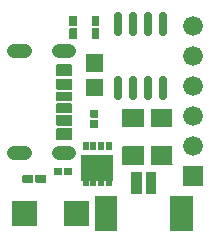
<source format=gts>
G04 Layer: TopSolderMaskLayer*
G04 EasyEDA v6.5.5, 2022-07-09 13:00:11*
G04 71ddd04add3b4de38a8b36f784c4d6f3,20d39a695127413eb41274384cfbb926,10*
G04 Gerber Generator version 0.2*
G04 Scale: 100 percent, Rotated: No, Reflected: No *
G04 Dimensions in millimeters *
G04 leading zeros omitted , absolute positions ,4 integer and 5 decimal *
%FSLAX45Y45*%
%MOMM*%

%ADD37C,0.6700*%
%ADD38C,1.2016*%
%ADD44C,1.6764*%

%LPD*%
D37*
X1689100Y8409180D02*
G01*
X1689100Y8270999D01*
X1816100Y8409180D02*
G01*
X1816100Y8270999D01*
X1943100Y8409180D02*
G01*
X1943100Y8270999D01*
X2070100Y8409180D02*
G01*
X2070100Y8270999D01*
X1689100Y8950200D02*
G01*
X1689100Y8812019D01*
X1816100Y8950200D02*
G01*
X1816100Y8812019D01*
X1943100Y8950200D02*
G01*
X1943100Y8812019D01*
X2070100Y8950200D02*
G01*
X2070100Y8812019D01*
D38*
X1276291Y7784896D02*
G01*
X1186291Y7784896D01*
X1276291Y8648903D02*
G01*
X1186291Y8648903D01*
X896282Y8648903D02*
G01*
X806282Y8648903D01*
X896282Y7784896D02*
G01*
X806282Y7784896D01*
G36*
X1418399Y8266937D02*
G01*
X1416875Y8267174D01*
X1415351Y8267936D01*
X1414335Y8268952D01*
X1413573Y8270476D01*
X1413319Y8272000D01*
X1413255Y8272018D01*
X1413255Y8412987D01*
X1413319Y8413000D01*
X1413573Y8414524D01*
X1414335Y8416048D01*
X1415351Y8417064D01*
X1416875Y8417826D01*
X1418399Y8418068D01*
X1553400Y8418068D01*
X1554924Y8417826D01*
X1556448Y8417064D01*
X1557464Y8416048D01*
X1558226Y8414524D01*
X1558480Y8413000D01*
X1558544Y8412987D01*
X1558544Y8272018D01*
X1558480Y8272000D01*
X1558226Y8270476D01*
X1557464Y8268952D01*
X1556448Y8267936D01*
X1554924Y8267174D01*
X1553400Y8266937D01*
G37*
G36*
X1418399Y8472931D02*
G01*
X1416875Y8473173D01*
X1415351Y8473935D01*
X1414335Y8474951D01*
X1413573Y8476475D01*
X1413319Y8477999D01*
X1413255Y8478012D01*
X1413255Y8618981D01*
X1413319Y8618999D01*
X1413573Y8620523D01*
X1414335Y8622047D01*
X1415351Y8623063D01*
X1416875Y8623825D01*
X1418399Y8624062D01*
X1553400Y8624062D01*
X1554924Y8623825D01*
X1556448Y8623063D01*
X1557464Y8622047D01*
X1558226Y8620523D01*
X1558480Y8618999D01*
X1558544Y8618981D01*
X1558544Y8478012D01*
X1558480Y8477999D01*
X1558226Y8476475D01*
X1557464Y8474951D01*
X1556448Y8473935D01*
X1554924Y8473173D01*
X1553400Y8472931D01*
G37*
G36*
X1281099Y8752809D02*
G01*
X1279575Y8753063D01*
X1278051Y8753825D01*
X1277035Y8754841D01*
X1276273Y8756365D01*
X1276019Y8757889D01*
X1276095Y8757920D01*
X1276095Y8836913D01*
X1276019Y8836898D01*
X1276273Y8838422D01*
X1277035Y8839946D01*
X1278051Y8840962D01*
X1279575Y8841724D01*
X1281099Y8841978D01*
X1281176Y8841994D01*
X1335023Y8841994D01*
X1335100Y8841978D01*
X1336624Y8841724D01*
X1338148Y8840962D01*
X1339164Y8839946D01*
X1339926Y8838422D01*
X1340180Y8836898D01*
X1340104Y8836913D01*
X1340104Y8757920D01*
X1340180Y8757889D01*
X1339926Y8756365D01*
X1339164Y8754841D01*
X1338148Y8753825D01*
X1336624Y8753063D01*
X1335100Y8752809D01*
X1335023Y8752839D01*
X1281176Y8752839D01*
G37*
G36*
X1281176Y8861805D02*
G01*
X1281099Y8861821D01*
X1279575Y8862075D01*
X1278051Y8862837D01*
X1277035Y8863853D01*
X1276273Y8865377D01*
X1276019Y8866901D01*
X1276095Y8866886D01*
X1276095Y8945879D01*
X1276019Y8945910D01*
X1276273Y8947434D01*
X1277035Y8948958D01*
X1278051Y8949974D01*
X1279575Y8950736D01*
X1281099Y8950990D01*
X1281176Y8950960D01*
X1335023Y8950960D01*
X1335100Y8950990D01*
X1336624Y8950736D01*
X1338148Y8949974D01*
X1339164Y8948958D01*
X1339926Y8947434D01*
X1340180Y8945910D01*
X1340104Y8945879D01*
X1340104Y8866886D01*
X1340180Y8866901D01*
X1339926Y8865377D01*
X1339164Y8863853D01*
X1338148Y8862837D01*
X1336624Y8862075D01*
X1335100Y8861821D01*
X1335023Y8861805D01*
G37*
G36*
X1237487Y7171944D02*
G01*
X1237599Y7172020D01*
X1236075Y7172274D01*
X1234551Y7173036D01*
X1233535Y7174052D01*
X1232773Y7175576D01*
X1232519Y7177100D01*
X1232407Y7177023D01*
X1232407Y7377176D01*
X1232519Y7377099D01*
X1232773Y7378623D01*
X1233535Y7380147D01*
X1234551Y7381163D01*
X1236075Y7381925D01*
X1237599Y7382179D01*
X1237487Y7382255D01*
X1437639Y7382255D01*
X1437599Y7382179D01*
X1439123Y7381925D01*
X1440647Y7381163D01*
X1441663Y7380147D01*
X1442425Y7378623D01*
X1442679Y7377099D01*
X1442720Y7377176D01*
X1442720Y7177023D01*
X1442679Y7177100D01*
X1442425Y7175576D01*
X1441663Y7174052D01*
X1440647Y7173036D01*
X1439123Y7172274D01*
X1437599Y7172020D01*
X1437639Y7171944D01*
G37*
G36*
X797560Y7171944D02*
G01*
X797600Y7172020D01*
X796076Y7172274D01*
X794552Y7173036D01*
X793536Y7174052D01*
X792774Y7175576D01*
X792520Y7177100D01*
X792479Y7177023D01*
X792479Y7377176D01*
X792520Y7377099D01*
X792774Y7378623D01*
X793536Y7380147D01*
X794552Y7381163D01*
X796076Y7381925D01*
X797600Y7382179D01*
X797560Y7382255D01*
X997712Y7382255D01*
X997600Y7382179D01*
X999124Y7381925D01*
X1000648Y7381163D01*
X1001664Y7380147D01*
X1002426Y7378623D01*
X1002680Y7377099D01*
X1002792Y7377176D01*
X1002792Y7177023D01*
X1002680Y7177100D01*
X1002426Y7175576D01*
X1001664Y7174052D01*
X1000648Y7173036D01*
X999124Y7172274D01*
X997600Y7172020D01*
X997712Y7171944D01*
G37*
G36*
X1802500Y7436515D02*
G01*
X1800976Y7436769D01*
X1799452Y7437531D01*
X1798436Y7438547D01*
X1797674Y7440071D01*
X1797420Y7441595D01*
X1797557Y7441692D01*
X1797557Y7621523D01*
X1797420Y7621595D01*
X1797674Y7623119D01*
X1798436Y7624643D01*
X1799452Y7625659D01*
X1800976Y7626421D01*
X1802500Y7626675D01*
X1802384Y7626604D01*
X1882394Y7626604D01*
X1882500Y7626675D01*
X1884024Y7626421D01*
X1885548Y7625659D01*
X1886564Y7624643D01*
X1887326Y7623119D01*
X1887580Y7621595D01*
X1887473Y7621523D01*
X1887473Y7441692D01*
X1887580Y7441595D01*
X1887326Y7440071D01*
X1886564Y7438547D01*
X1885548Y7437531D01*
X1884024Y7436769D01*
X1882500Y7436515D01*
X1882394Y7436612D01*
X1802384Y7436612D01*
G37*
G36*
X1927499Y7436515D02*
G01*
X1925975Y7436769D01*
X1924451Y7437531D01*
X1923435Y7438547D01*
X1922673Y7440071D01*
X1922419Y7441595D01*
X1922526Y7441692D01*
X1922526Y7621523D01*
X1922419Y7621595D01*
X1922673Y7623119D01*
X1923435Y7624643D01*
X1924451Y7625659D01*
X1925975Y7626421D01*
X1927499Y7626675D01*
X1927605Y7626604D01*
X2007615Y7626604D01*
X2007499Y7626675D01*
X2009023Y7626421D01*
X2010547Y7625659D01*
X2011563Y7624643D01*
X2012325Y7623119D01*
X2012579Y7621595D01*
X2012441Y7621523D01*
X2012441Y7441692D01*
X2012579Y7441595D01*
X2012325Y7440071D01*
X2011563Y7438547D01*
X2010547Y7437531D01*
X2009023Y7436769D01*
X2007499Y7436515D01*
X2007615Y7436612D01*
X1927605Y7436612D01*
G37*
G36*
X1495044Y7126478D02*
G01*
X1494998Y7126516D01*
X1493474Y7126770D01*
X1491950Y7127532D01*
X1490934Y7128548D01*
X1490172Y7130072D01*
X1489918Y7131596D01*
X1489963Y7131558D01*
X1489963Y7421626D01*
X1489918Y7421598D01*
X1490172Y7423122D01*
X1490934Y7424646D01*
X1491950Y7425662D01*
X1493474Y7426424D01*
X1494998Y7426678D01*
X1495044Y7426705D01*
X1674876Y7426705D01*
X1674997Y7426678D01*
X1676521Y7426424D01*
X1678045Y7425662D01*
X1679061Y7424646D01*
X1679823Y7423122D01*
X1680077Y7421598D01*
X1679955Y7421626D01*
X1679955Y7131558D01*
X1680077Y7131596D01*
X1679823Y7130072D01*
X1679061Y7128548D01*
X1678045Y7127532D01*
X1676521Y7126770D01*
X1674997Y7126516D01*
X1674876Y7126478D01*
G37*
G36*
X2134870Y7126478D02*
G01*
X2134991Y7126516D01*
X2133467Y7126770D01*
X2131943Y7127532D01*
X2130927Y7128548D01*
X2130165Y7130072D01*
X2129911Y7131596D01*
X2130043Y7131558D01*
X2130043Y7421626D01*
X2129911Y7421598D01*
X2130165Y7423122D01*
X2130927Y7424646D01*
X2131943Y7425662D01*
X2133467Y7426424D01*
X2134991Y7426678D01*
X2134870Y7426705D01*
X2314956Y7426705D01*
X2314991Y7426678D01*
X2316515Y7426424D01*
X2318039Y7425662D01*
X2319055Y7424646D01*
X2319817Y7423122D01*
X2320071Y7421598D01*
X2320036Y7421626D01*
X2320036Y7131558D01*
X2320071Y7131596D01*
X2319817Y7130072D01*
X2319055Y7128548D01*
X2318039Y7127532D01*
X2316515Y7126770D01*
X2314991Y7126516D01*
X2314956Y7126478D01*
G37*
D44*
G01*
X2324100Y8864600D03*
G01*
X2324100Y8610600D03*
G01*
X2324100Y8356600D03*
G01*
X2324100Y8102600D03*
G01*
X2324100Y7848600D03*
G36*
X2245359Y7510779D02*
G01*
X2243835Y7511034D01*
X2242311Y7511795D01*
X2241295Y7512812D01*
X2240533Y7514336D01*
X2240279Y7515860D01*
X2240279Y7515860D01*
X2240279Y7673339D01*
X2240279Y7673339D01*
X2240533Y7674863D01*
X2241295Y7676387D01*
X2242311Y7677404D01*
X2243835Y7678165D01*
X2245359Y7678420D01*
X2402840Y7678420D01*
X2404364Y7678165D01*
X2405888Y7677404D01*
X2406904Y7676387D01*
X2407666Y7674863D01*
X2407920Y7673339D01*
X2407920Y7673339D01*
X2407920Y7515860D01*
X2407920Y7515860D01*
X2407666Y7514336D01*
X2406904Y7512812D01*
X2405888Y7511795D01*
X2404364Y7511034D01*
X2402840Y7510779D01*
G37*
G36*
X1381300Y7553622D02*
G01*
X1379776Y7553876D01*
X1378252Y7554638D01*
X1377236Y7555654D01*
X1376474Y7557178D01*
X1376220Y7558702D01*
X1376171Y7558786D01*
X1376171Y7763763D01*
X1376220Y7763700D01*
X1376474Y7765224D01*
X1377236Y7766748D01*
X1378252Y7767764D01*
X1379776Y7768526D01*
X1381300Y7768780D01*
X1381252Y7768844D01*
X1641347Y7768844D01*
X1641299Y7768780D01*
X1642823Y7768526D01*
X1644347Y7767764D01*
X1645363Y7766748D01*
X1646125Y7765224D01*
X1646379Y7763700D01*
X1646428Y7763763D01*
X1646428Y7558786D01*
X1646379Y7558702D01*
X1646125Y7557178D01*
X1645363Y7555654D01*
X1644347Y7554638D01*
X1642823Y7553876D01*
X1641299Y7553622D01*
X1641347Y7553705D01*
X1381252Y7553705D01*
G37*
G36*
X1393697Y7509002D02*
G01*
X1393789Y7509118D01*
X1392265Y7509372D01*
X1390741Y7510134D01*
X1389725Y7511150D01*
X1388963Y7512674D01*
X1388709Y7514198D01*
X1388618Y7514081D01*
X1388618Y7574279D01*
X1388709Y7574201D01*
X1388963Y7575725D01*
X1389725Y7577249D01*
X1390741Y7578265D01*
X1392265Y7579027D01*
X1393789Y7579281D01*
X1393697Y7579360D01*
X1433829Y7579360D01*
X1433789Y7579281D01*
X1435313Y7579027D01*
X1436837Y7578265D01*
X1437853Y7577249D01*
X1438615Y7575725D01*
X1438869Y7574201D01*
X1438910Y7574279D01*
X1438910Y7514081D01*
X1438869Y7514198D01*
X1438615Y7512674D01*
X1437853Y7511150D01*
X1436837Y7510134D01*
X1435313Y7509372D01*
X1433789Y7509118D01*
X1433829Y7509002D01*
G37*
G36*
X1458721Y7509002D02*
G01*
X1458788Y7509118D01*
X1457264Y7509372D01*
X1455740Y7510134D01*
X1454724Y7511150D01*
X1453962Y7512674D01*
X1453708Y7514198D01*
X1453642Y7514081D01*
X1453642Y7574279D01*
X1453708Y7574201D01*
X1453962Y7575725D01*
X1454724Y7577249D01*
X1455740Y7578265D01*
X1457264Y7579027D01*
X1458788Y7579281D01*
X1458721Y7579360D01*
X1498854Y7579360D01*
X1498787Y7579281D01*
X1500311Y7579027D01*
X1501835Y7578265D01*
X1502851Y7577249D01*
X1503613Y7575725D01*
X1503867Y7574201D01*
X1503934Y7574279D01*
X1503934Y7514081D01*
X1503867Y7514198D01*
X1503613Y7512674D01*
X1502851Y7511150D01*
X1501835Y7510134D01*
X1500311Y7509372D01*
X1498787Y7509118D01*
X1498854Y7509002D01*
G37*
G36*
X1523745Y7509002D02*
G01*
X1523786Y7509118D01*
X1522262Y7509372D01*
X1520738Y7510134D01*
X1519722Y7511150D01*
X1518960Y7512674D01*
X1518706Y7514198D01*
X1518665Y7514081D01*
X1518665Y7574279D01*
X1518706Y7574201D01*
X1518960Y7575725D01*
X1519722Y7577249D01*
X1520738Y7578265D01*
X1522262Y7579027D01*
X1523786Y7579281D01*
X1523745Y7579360D01*
X1563878Y7579360D01*
X1563786Y7579281D01*
X1565310Y7579027D01*
X1566834Y7578265D01*
X1567850Y7577249D01*
X1568612Y7575725D01*
X1568866Y7574201D01*
X1568957Y7574279D01*
X1568957Y7514081D01*
X1568866Y7514198D01*
X1568612Y7512674D01*
X1567850Y7511150D01*
X1566834Y7510134D01*
X1565310Y7509372D01*
X1563786Y7509118D01*
X1563878Y7509002D01*
G37*
G36*
X1588770Y7509002D02*
G01*
X1588810Y7509118D01*
X1587286Y7509372D01*
X1585762Y7510134D01*
X1584746Y7511150D01*
X1583984Y7512674D01*
X1583730Y7514198D01*
X1583689Y7514081D01*
X1583689Y7574279D01*
X1583730Y7574201D01*
X1583984Y7575725D01*
X1584746Y7577249D01*
X1585762Y7578265D01*
X1587286Y7579027D01*
X1588810Y7579281D01*
X1588770Y7579360D01*
X1628902Y7579360D01*
X1628810Y7579281D01*
X1630334Y7579027D01*
X1631858Y7578265D01*
X1632874Y7577249D01*
X1633636Y7575725D01*
X1633890Y7574201D01*
X1633981Y7574279D01*
X1633981Y7514081D01*
X1633890Y7514198D01*
X1633636Y7512674D01*
X1632874Y7511150D01*
X1631858Y7510134D01*
X1630334Y7509372D01*
X1628810Y7509118D01*
X1628902Y7509002D01*
G37*
G36*
X1393697Y7813039D02*
G01*
X1393789Y7813121D01*
X1392265Y7813375D01*
X1390741Y7814137D01*
X1389725Y7815153D01*
X1388963Y7816677D01*
X1388709Y7818201D01*
X1388618Y7818120D01*
X1388618Y7878318D01*
X1388709Y7878201D01*
X1388963Y7879725D01*
X1389725Y7881249D01*
X1390741Y7882265D01*
X1392265Y7883027D01*
X1393789Y7883281D01*
X1393697Y7883397D01*
X1433829Y7883397D01*
X1433789Y7883281D01*
X1435313Y7883027D01*
X1436837Y7882265D01*
X1437853Y7881249D01*
X1438615Y7879725D01*
X1438869Y7878201D01*
X1438910Y7878318D01*
X1438910Y7818120D01*
X1438869Y7818201D01*
X1438615Y7816677D01*
X1437853Y7815153D01*
X1436837Y7814137D01*
X1435313Y7813375D01*
X1433789Y7813121D01*
X1433829Y7813039D01*
G37*
G36*
X1458721Y7813039D02*
G01*
X1458788Y7813108D01*
X1457264Y7813362D01*
X1455740Y7814124D01*
X1454724Y7815140D01*
X1453962Y7816664D01*
X1453708Y7818188D01*
X1453642Y7818120D01*
X1453642Y7878063D01*
X1453708Y7878188D01*
X1453962Y7879712D01*
X1454724Y7881236D01*
X1455740Y7882252D01*
X1457264Y7883014D01*
X1458788Y7883268D01*
X1458721Y7883144D01*
X1498854Y7883144D01*
X1498787Y7883268D01*
X1500311Y7883014D01*
X1501835Y7882252D01*
X1502851Y7881236D01*
X1503613Y7879712D01*
X1503867Y7878188D01*
X1503934Y7878063D01*
X1503934Y7818120D01*
X1503867Y7818188D01*
X1503613Y7816664D01*
X1502851Y7815140D01*
X1501835Y7814124D01*
X1500311Y7813362D01*
X1498787Y7813108D01*
X1498854Y7813039D01*
G37*
G36*
X1523745Y7813039D02*
G01*
X1523786Y7813108D01*
X1522262Y7813362D01*
X1520738Y7814124D01*
X1519722Y7815140D01*
X1518960Y7816664D01*
X1518706Y7818188D01*
X1518665Y7818120D01*
X1518665Y7878063D01*
X1518706Y7878188D01*
X1518960Y7879712D01*
X1519722Y7881236D01*
X1520738Y7882252D01*
X1522262Y7883014D01*
X1523786Y7883268D01*
X1523745Y7883144D01*
X1563878Y7883144D01*
X1563786Y7883268D01*
X1565310Y7883014D01*
X1566834Y7882252D01*
X1567850Y7881236D01*
X1568612Y7879712D01*
X1568866Y7878188D01*
X1568957Y7878063D01*
X1568957Y7818120D01*
X1568866Y7818188D01*
X1568612Y7816664D01*
X1567850Y7815140D01*
X1566834Y7814124D01*
X1565310Y7813362D01*
X1563786Y7813108D01*
X1563878Y7813039D01*
G37*
G36*
X1588770Y7813039D02*
G01*
X1588810Y7813108D01*
X1587286Y7813362D01*
X1585762Y7814124D01*
X1584746Y7815140D01*
X1583984Y7816664D01*
X1583730Y7818188D01*
X1583689Y7818120D01*
X1583689Y7878063D01*
X1583730Y7878188D01*
X1583984Y7879712D01*
X1584746Y7881236D01*
X1585762Y7882252D01*
X1587286Y7883014D01*
X1588810Y7883268D01*
X1588770Y7883144D01*
X1628902Y7883144D01*
X1628810Y7883268D01*
X1630334Y7883014D01*
X1631858Y7882252D01*
X1632874Y7881236D01*
X1633636Y7879712D01*
X1633890Y7878188D01*
X1633981Y7878063D01*
X1633981Y7818120D01*
X1633890Y7818188D01*
X1633636Y7816664D01*
X1632874Y7815140D01*
X1631858Y7814124D01*
X1630334Y7813362D01*
X1628810Y7813108D01*
X1628902Y7813039D01*
G37*
G36*
X1171194Y8226805D02*
G01*
X1171125Y8226818D01*
X1169601Y8227072D01*
X1168077Y8227834D01*
X1167061Y8228850D01*
X1166299Y8230374D01*
X1166045Y8231898D01*
X1166113Y8231886D01*
X1166113Y8301989D01*
X1166045Y8301898D01*
X1166299Y8303422D01*
X1167061Y8304946D01*
X1168077Y8305962D01*
X1169601Y8306724D01*
X1171125Y8306978D01*
X1171194Y8307070D01*
X1291081Y8307070D01*
X1291125Y8306978D01*
X1292649Y8306724D01*
X1294173Y8305962D01*
X1295189Y8304946D01*
X1295951Y8303422D01*
X1296205Y8301898D01*
X1296162Y8301989D01*
X1296162Y8231886D01*
X1296205Y8231898D01*
X1295951Y8230374D01*
X1295189Y8228850D01*
X1294173Y8227834D01*
X1292649Y8227072D01*
X1291125Y8226818D01*
X1291081Y8226805D01*
G37*
G36*
X1171194Y8126729D02*
G01*
X1171125Y8126818D01*
X1169601Y8127072D01*
X1168077Y8127834D01*
X1167061Y8128850D01*
X1166299Y8130374D01*
X1166045Y8131898D01*
X1166113Y8131810D01*
X1166113Y8201913D01*
X1166045Y8201898D01*
X1166299Y8203422D01*
X1167061Y8204946D01*
X1168077Y8205962D01*
X1169601Y8206724D01*
X1171125Y8206978D01*
X1171194Y8206994D01*
X1291081Y8206994D01*
X1291125Y8206978D01*
X1292649Y8206724D01*
X1294173Y8205962D01*
X1295189Y8204946D01*
X1295951Y8203422D01*
X1296205Y8201898D01*
X1296162Y8201913D01*
X1296162Y8131810D01*
X1296205Y8131898D01*
X1295951Y8130374D01*
X1295189Y8128850D01*
X1294173Y8127834D01*
X1292649Y8127072D01*
X1291125Y8126818D01*
X1291081Y8126729D01*
G37*
G36*
X1171277Y8323834D02*
G01*
X1169753Y8324072D01*
X1168229Y8324834D01*
X1167213Y8325850D01*
X1166451Y8327374D01*
X1166197Y8328898D01*
X1166113Y8328913D01*
X1166113Y8408924D01*
X1166197Y8408898D01*
X1166451Y8410422D01*
X1167213Y8411946D01*
X1168229Y8412962D01*
X1169753Y8413724D01*
X1171277Y8413978D01*
X1171194Y8414004D01*
X1291336Y8414004D01*
X1291277Y8413978D01*
X1292801Y8413724D01*
X1294325Y8412962D01*
X1295341Y8411946D01*
X1296103Y8410422D01*
X1296357Y8408898D01*
X1296415Y8408924D01*
X1296415Y8328913D01*
X1296357Y8328898D01*
X1296103Y8327374D01*
X1295341Y8325850D01*
X1294325Y8324834D01*
X1292801Y8324072D01*
X1291277Y8323834D01*
G37*
G36*
X1171447Y8019795D02*
G01*
X1171531Y8019821D01*
X1170007Y8020075D01*
X1168483Y8020837D01*
X1167467Y8021853D01*
X1166705Y8023377D01*
X1166451Y8024901D01*
X1166368Y8024876D01*
X1166368Y8104886D01*
X1166451Y8104901D01*
X1166705Y8106425D01*
X1167467Y8107949D01*
X1168483Y8108965D01*
X1170007Y8109727D01*
X1171531Y8109965D01*
X1291531Y8109965D01*
X1293055Y8109727D01*
X1294579Y8108965D01*
X1295595Y8107949D01*
X1296357Y8106425D01*
X1296611Y8104901D01*
X1296670Y8104886D01*
X1296670Y8024876D01*
X1296611Y8024901D01*
X1296357Y8023377D01*
X1295595Y8021853D01*
X1294579Y8020837D01*
X1293055Y8020075D01*
X1291531Y8019821D01*
X1291589Y8019795D01*
G37*
G36*
X1171354Y8436818D02*
G01*
X1169830Y8437072D01*
X1168306Y8437834D01*
X1167290Y8438850D01*
X1166528Y8440374D01*
X1166274Y8441898D01*
X1166368Y8441944D01*
X1166368Y8531860D01*
X1166274Y8531898D01*
X1166528Y8533422D01*
X1167290Y8534946D01*
X1168306Y8535962D01*
X1169830Y8536724D01*
X1171354Y8536978D01*
X1171447Y8536939D01*
X1291336Y8536939D01*
X1291353Y8536978D01*
X1292877Y8536724D01*
X1294401Y8535962D01*
X1295417Y8534946D01*
X1296179Y8533422D01*
X1296433Y8531898D01*
X1296415Y8531860D01*
X1296415Y8441944D01*
X1296433Y8441898D01*
X1296179Y8440374D01*
X1295417Y8438850D01*
X1294401Y8437834D01*
X1292877Y8437072D01*
X1291353Y8436818D01*
X1291336Y8436863D01*
X1171447Y8436863D01*
G37*
G36*
X1171354Y7896821D02*
G01*
X1169830Y7897075D01*
X1168306Y7897837D01*
X1167290Y7898853D01*
X1166528Y7900377D01*
X1166274Y7901901D01*
X1166368Y7901939D01*
X1166368Y7991855D01*
X1166274Y7991901D01*
X1166528Y7993425D01*
X1167290Y7994949D01*
X1168306Y7995965D01*
X1169830Y7996727D01*
X1171354Y7996981D01*
X1171447Y7996936D01*
X1291336Y7996936D01*
X1291353Y7996981D01*
X1292877Y7996727D01*
X1294401Y7995965D01*
X1295417Y7994949D01*
X1296179Y7993425D01*
X1296433Y7991901D01*
X1296415Y7991855D01*
X1296415Y7901939D01*
X1296433Y7901901D01*
X1296179Y7900377D01*
X1295417Y7898853D01*
X1294401Y7897837D01*
X1292877Y7897075D01*
X1291353Y7896821D01*
X1291336Y7896860D01*
X1171447Y7896860D01*
G37*
G36*
X1970999Y7686220D02*
G01*
X1969475Y7686474D01*
X1967951Y7687236D01*
X1966935Y7688252D01*
X1966173Y7689776D01*
X1965919Y7691300D01*
X1965959Y7691373D01*
X1965959Y7839710D01*
X1965919Y7839798D01*
X1966173Y7841322D01*
X1966935Y7842846D01*
X1967951Y7843862D01*
X1969475Y7844624D01*
X1970999Y7844878D01*
X1971040Y7844789D01*
X2143759Y7844789D01*
X2143800Y7844878D01*
X2145324Y7844624D01*
X2146848Y7843862D01*
X2147864Y7842846D01*
X2148626Y7841322D01*
X2148880Y7839798D01*
X2148840Y7839710D01*
X2148840Y7691373D01*
X2148880Y7691300D01*
X2148626Y7689776D01*
X2147864Y7688252D01*
X2146848Y7687236D01*
X2145324Y7686474D01*
X2143800Y7686220D01*
X2143759Y7686294D01*
X1971040Y7686294D01*
G37*
G36*
X1970999Y8004721D02*
G01*
X1969475Y8004975D01*
X1967951Y8005737D01*
X1966935Y8006753D01*
X1966173Y8008277D01*
X1965919Y8009801D01*
X1965959Y8009889D01*
X1965959Y8158226D01*
X1965919Y8158299D01*
X1966173Y8159823D01*
X1966935Y8161347D01*
X1967951Y8162363D01*
X1969475Y8163125D01*
X1970999Y8163379D01*
X1971040Y8163305D01*
X2143759Y8163305D01*
X2143800Y8163379D01*
X2145324Y8163125D01*
X2146848Y8162363D01*
X2147864Y8161347D01*
X2148626Y8159823D01*
X2148880Y8158299D01*
X2148840Y8158226D01*
X2148840Y8009889D01*
X2148880Y8009801D01*
X2148626Y8008277D01*
X2147864Y8006753D01*
X2146848Y8005737D01*
X2145324Y8004975D01*
X2143800Y8004721D01*
X2143759Y8004810D01*
X1971040Y8004810D01*
G37*
G36*
X1729699Y7686220D02*
G01*
X1728175Y7686474D01*
X1726651Y7687236D01*
X1725635Y7688252D01*
X1724873Y7689776D01*
X1724619Y7691300D01*
X1724660Y7691373D01*
X1724660Y7839710D01*
X1724619Y7839798D01*
X1724873Y7841322D01*
X1725635Y7842846D01*
X1726651Y7843862D01*
X1728175Y7844624D01*
X1729699Y7844878D01*
X1729739Y7844789D01*
X1902460Y7844789D01*
X1902500Y7844878D01*
X1904024Y7844624D01*
X1905548Y7843862D01*
X1906564Y7842846D01*
X1907326Y7841322D01*
X1907580Y7839798D01*
X1907539Y7839710D01*
X1907539Y7691373D01*
X1907580Y7691300D01*
X1907326Y7689776D01*
X1906564Y7688252D01*
X1905548Y7687236D01*
X1904024Y7686474D01*
X1902500Y7686220D01*
X1902460Y7686294D01*
X1729739Y7686294D01*
G37*
G36*
X1729699Y8004721D02*
G01*
X1728175Y8004975D01*
X1726651Y8005737D01*
X1725635Y8006753D01*
X1724873Y8008277D01*
X1724619Y8009801D01*
X1724660Y8009889D01*
X1724660Y8158226D01*
X1724619Y8158299D01*
X1724873Y8159823D01*
X1725635Y8161347D01*
X1726651Y8162363D01*
X1728175Y8163125D01*
X1729699Y8163379D01*
X1729739Y8163305D01*
X1902460Y8163305D01*
X1902500Y8163379D01*
X1904024Y8163125D01*
X1905548Y8162363D01*
X1906564Y8161347D01*
X1907326Y8159823D01*
X1907580Y8158299D01*
X1907539Y8158226D01*
X1907539Y8009889D01*
X1907580Y8009801D01*
X1907326Y8008277D01*
X1906564Y8006753D01*
X1905548Y8005737D01*
X1904024Y8004975D01*
X1902500Y8004721D01*
X1902460Y8004810D01*
X1729739Y8004810D01*
G37*
G36*
X1471599Y8752809D02*
G01*
X1470075Y8753063D01*
X1468551Y8753825D01*
X1467535Y8754841D01*
X1466773Y8756365D01*
X1466519Y8757889D01*
X1466595Y8757920D01*
X1466595Y8836913D01*
X1466519Y8836898D01*
X1466773Y8838422D01*
X1467535Y8839946D01*
X1468551Y8840962D01*
X1470075Y8841724D01*
X1471599Y8841978D01*
X1471676Y8841994D01*
X1525523Y8841994D01*
X1525600Y8841978D01*
X1527124Y8841724D01*
X1528648Y8840962D01*
X1529664Y8839946D01*
X1530426Y8838422D01*
X1530680Y8836898D01*
X1530604Y8836913D01*
X1530604Y8757920D01*
X1530680Y8757889D01*
X1530426Y8756365D01*
X1529664Y8754841D01*
X1528648Y8753825D01*
X1527124Y8753063D01*
X1525600Y8752809D01*
X1525523Y8752839D01*
X1471676Y8752839D01*
G37*
G36*
X1471676Y8861805D02*
G01*
X1471599Y8861821D01*
X1470075Y8862075D01*
X1468551Y8862837D01*
X1467535Y8863853D01*
X1466773Y8865377D01*
X1466519Y8866901D01*
X1466595Y8866886D01*
X1466595Y8945879D01*
X1466519Y8945910D01*
X1466773Y8947434D01*
X1467535Y8948958D01*
X1468551Y8949974D01*
X1470075Y8950736D01*
X1471599Y8950990D01*
X1471676Y8950960D01*
X1525523Y8950960D01*
X1525600Y8950990D01*
X1527124Y8950736D01*
X1528648Y8949974D01*
X1529664Y8948958D01*
X1530426Y8947434D01*
X1530680Y8945910D01*
X1530604Y8945879D01*
X1530604Y8866886D01*
X1530680Y8866901D01*
X1530426Y8865377D01*
X1529664Y8863853D01*
X1528648Y8862837D01*
X1527124Y8862075D01*
X1525600Y8861821D01*
X1525523Y8861805D01*
G37*
G36*
X1147635Y7600619D02*
G01*
X1146111Y7600873D01*
X1144587Y7601635D01*
X1143571Y7602651D01*
X1142809Y7604175D01*
X1142555Y7605699D01*
X1142492Y7605776D01*
X1142492Y7659623D01*
X1142555Y7659700D01*
X1142809Y7661224D01*
X1143571Y7662748D01*
X1144587Y7663764D01*
X1146111Y7664526D01*
X1147635Y7664780D01*
X1147571Y7664704D01*
X1204213Y7664704D01*
X1204198Y7664780D01*
X1205722Y7664526D01*
X1207246Y7663764D01*
X1208262Y7662748D01*
X1209024Y7661224D01*
X1209278Y7659700D01*
X1209294Y7659623D01*
X1209294Y7605776D01*
X1209278Y7605699D01*
X1209024Y7604175D01*
X1208262Y7602651D01*
X1207246Y7601635D01*
X1205722Y7600873D01*
X1204198Y7600619D01*
X1204213Y7600695D01*
X1147571Y7600695D01*
G37*
G36*
X1234201Y7600619D02*
G01*
X1232677Y7600873D01*
X1231153Y7601635D01*
X1230137Y7602651D01*
X1229375Y7604175D01*
X1229121Y7605699D01*
X1229105Y7605776D01*
X1229105Y7659623D01*
X1229121Y7659700D01*
X1229375Y7661224D01*
X1230137Y7662748D01*
X1231153Y7663764D01*
X1232677Y7664526D01*
X1234201Y7664780D01*
X1234186Y7664704D01*
X1290828Y7664704D01*
X1290764Y7664780D01*
X1292288Y7664526D01*
X1293812Y7663764D01*
X1294828Y7662748D01*
X1295590Y7661224D01*
X1295844Y7659700D01*
X1295907Y7659623D01*
X1295907Y7605776D01*
X1295844Y7605699D01*
X1295590Y7604175D01*
X1294828Y7602651D01*
X1293812Y7601635D01*
X1292288Y7600873D01*
X1290764Y7600619D01*
X1290828Y7600695D01*
X1234186Y7600695D01*
G37*
G36*
X1458976Y8000492D02*
G01*
X1458899Y8000555D01*
X1457375Y8000809D01*
X1455851Y8001571D01*
X1454835Y8002587D01*
X1454073Y8004111D01*
X1453819Y8005635D01*
X1453895Y8005571D01*
X1453895Y8062213D01*
X1453819Y8062198D01*
X1454073Y8063722D01*
X1454835Y8065246D01*
X1455851Y8066262D01*
X1457375Y8067024D01*
X1458899Y8067278D01*
X1458976Y8067294D01*
X1512823Y8067294D01*
X1512900Y8067278D01*
X1514424Y8067024D01*
X1515948Y8066262D01*
X1516964Y8065246D01*
X1517726Y8063722D01*
X1517980Y8062198D01*
X1517904Y8062213D01*
X1517904Y8005571D01*
X1517980Y8005635D01*
X1517726Y8004111D01*
X1516964Y8002587D01*
X1515948Y8001571D01*
X1514424Y8000809D01*
X1512900Y8000555D01*
X1512823Y8000492D01*
G37*
G36*
X1458976Y8087105D02*
G01*
X1458899Y8087121D01*
X1457375Y8087375D01*
X1455851Y8088137D01*
X1454835Y8089153D01*
X1454073Y8090677D01*
X1453819Y8092201D01*
X1453895Y8092186D01*
X1453895Y8148828D01*
X1453819Y8148764D01*
X1454073Y8150288D01*
X1454835Y8151812D01*
X1455851Y8152828D01*
X1457375Y8153590D01*
X1458899Y8153844D01*
X1458976Y8153908D01*
X1512823Y8153908D01*
X1512900Y8153844D01*
X1514424Y8153590D01*
X1515948Y8152828D01*
X1516964Y8151812D01*
X1517726Y8150288D01*
X1517980Y8148764D01*
X1517904Y8148828D01*
X1517904Y8092186D01*
X1517980Y8092201D01*
X1517726Y8090677D01*
X1516964Y8089153D01*
X1515948Y8088137D01*
X1514424Y8087375D01*
X1512900Y8087121D01*
X1512823Y8087105D01*
G37*
G36*
X883889Y7537119D02*
G01*
X882365Y7537373D01*
X880841Y7538135D01*
X879825Y7539151D01*
X879063Y7540675D01*
X878809Y7542199D01*
X878839Y7542276D01*
X878839Y7596123D01*
X878809Y7596200D01*
X879063Y7597724D01*
X879825Y7599248D01*
X880841Y7600264D01*
X882365Y7601026D01*
X883889Y7601280D01*
X883920Y7601204D01*
X962913Y7601204D01*
X962898Y7601280D01*
X964422Y7601026D01*
X965946Y7600264D01*
X966962Y7599248D01*
X967724Y7597724D01*
X967978Y7596200D01*
X967994Y7596123D01*
X967994Y7542276D01*
X967978Y7542199D01*
X967724Y7540675D01*
X966962Y7539151D01*
X965946Y7538135D01*
X964422Y7537373D01*
X962898Y7537119D01*
X962913Y7537195D01*
X883920Y7537195D01*
G37*
G36*
X992901Y7537119D02*
G01*
X991377Y7537373D01*
X989853Y7538135D01*
X988837Y7539151D01*
X988075Y7540675D01*
X987821Y7542199D01*
X987805Y7542276D01*
X987805Y7596123D01*
X987821Y7596200D01*
X988075Y7597724D01*
X988837Y7599248D01*
X989853Y7600264D01*
X991377Y7601026D01*
X992901Y7601280D01*
X992886Y7601204D01*
X1071879Y7601204D01*
X1071910Y7601280D01*
X1073434Y7601026D01*
X1074958Y7600264D01*
X1075974Y7599248D01*
X1076736Y7597724D01*
X1076990Y7596200D01*
X1076960Y7596123D01*
X1076960Y7542276D01*
X1076990Y7542199D01*
X1076736Y7540675D01*
X1075974Y7539151D01*
X1074958Y7538135D01*
X1073434Y7537373D01*
X1071910Y7537119D01*
X1071879Y7537195D01*
X992886Y7537195D01*
G37*
M02*

</source>
